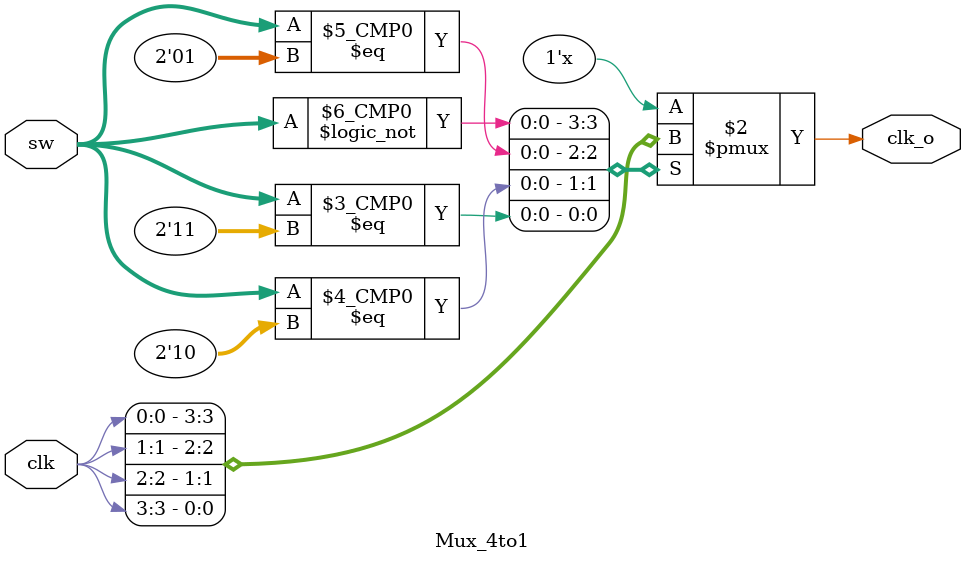
<source format=v>
module Mux_4to1
( 
	input wire [3:0] clk,
	input wire [1:0] sw,
	output reg clk_o
);
// signal declaration
// clk_o ;
	always @(clk,sw)
	case (sw)
		0: clk_o <= clk[0];
		1: clk_o <= clk[1];
		2: clk_o <= clk[2];
		3: clk_o <= clk[3];
	endcase
endmodule

</source>
